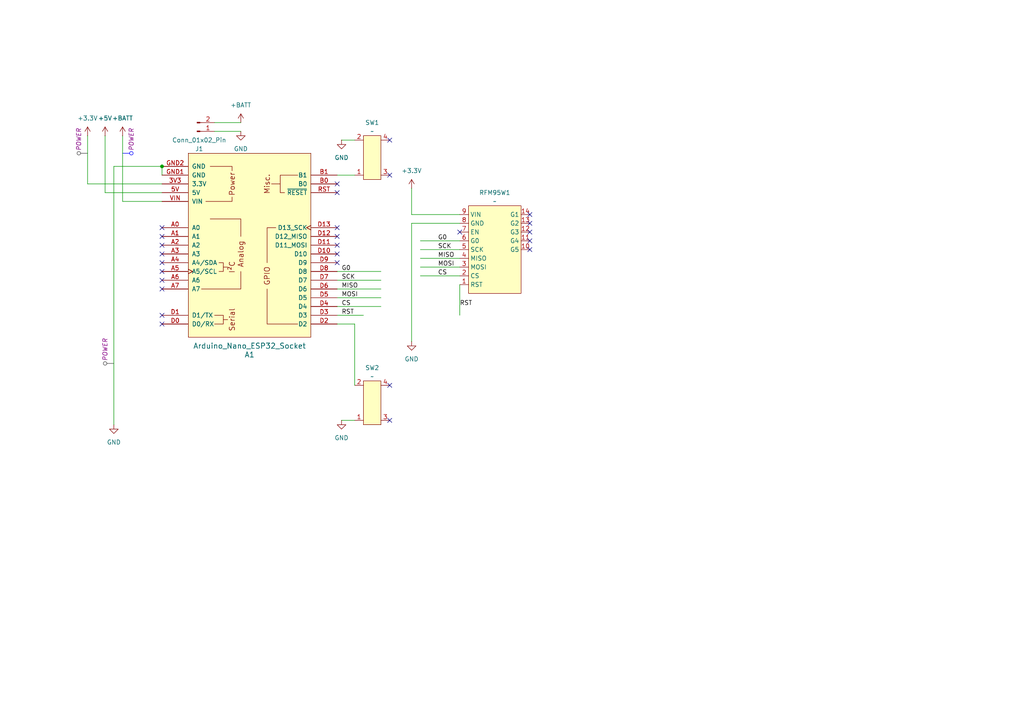
<source format=kicad_sch>
(kicad_sch (version 20231120) (generator "eeschema") (generator_version "8.0")
  (paper "A4")
  (lib_symbols
    (symbol "Connector:Conn_01x02_Pin" (pin_names (offset 1.016) hide)
      (property "Reference" "J" (at 0 2.54 0))
      (property "Value" "Conn_01x02_Pin" (at 0 -5.08 0))
      (symbol "Conn_01x02_Pin_1_1"
        (polyline (pts (xy 1.27 -2.54) (xy 0.8636 -2.54)) (stroke (width 0.1524)))
        (polyline (pts (xy 1.27 0) (xy 0.8636 0)) (stroke (width 0.1524)))
        (rectangle (start 0.8636 -2.413) (end 0 -2.667) (stroke (width 0.1524)) (fill (type outline)))
        (rectangle (start 0.8636 0.127) (end 0 -0.127) (stroke (width 0.1524)) (fill (type outline)))
        (pin passive line (at 5.08 0 180) (length 3.81) (name "Pin_1") (number "1"))
        (pin passive line (at 5.08 -2.54 180) (length 3.81) (name "Pin_2") (number "2"))
      )
    )
    (symbol "PCM_arduino-library:Arduino_Nano_ESP32_Socket" (pin_names (offset 1.016))
      (property "Reference" "A" (at 0 33.02 0))
      (property "Value" "Arduino_Nano_ESP32_Socket" (at 0 29.21 0))
      (symbol "Arduino_Nano_ESP32_Socket_0_0"
        (rectangle (start -17.78 26.67) (end 17.78 -26.67) (fill (type background)))
        (polyline (pts (xy -7.62 6.35) (xy -6.35 6.35)))
        (polyline (pts (xy -7.62 21.59) (xy -6.35 21.59)))
        (polyline (pts (xy 8.89 -17.78) (xy 6.35 -17.78)))
        (polyline (pts (xy -11.43 -22.86) (xy -5.08 -22.86) (xy -5.08 -21.59)))
        (polyline (pts (xy -5.08 -13.97) (xy -5.08 -12.7) (xy -12.7 -12.7)))
        (polyline (pts (xy -10.16 22.86) (xy -7.62 22.86) (xy -7.62 20.32) (xy -10.16 20.32)))
        (polyline (pts (xy -8.89 7.62) (xy -7.62 7.62) (xy -7.62 5.08) (xy -8.89 5.08)))
        (text "Analog" (at -2.54 2.54 900) (effects (font (size 1.524 1.524))))
        (text "I²C" (at -5.08 6.35 900) (effects (font (size 1.524 1.524))))
        (text "Misc." (at 5.08 -17.78 900) (effects (font (size 1.524 1.524))))
        (text "Power" (at -5.08 -17.78 900) (effects (font (size 1.524 1.524))))
        (text "Serial" (at -5.08 21.59 900) (effects (font (size 1.524 1.524))))
      )
      (symbol "Arduino_Nano_ESP32_Socket_0_1"
        (polyline (pts (xy -13.97 12.7) (xy -2.54 12.7) (xy -2.54 7.62)))
        (polyline (pts (xy -11.43 -7.62) (xy -2.54 -7.62) (xy -2.54 -2.54)))
        (polyline (pts (xy 7.62 -5.08) (xy 5.08 -5.08) (xy 5.08 5.08)))
        (polyline (pts (xy 13.97 22.86) (xy 5.08 22.86) (xy 5.08 12.7)))
        (polyline (pts (xy 10.16 -15.24) (xy 8.89 -15.24) (xy 8.89 -20.32) (xy 13.97 -20.32)))
      )
      (symbol "Arduino_Nano_ESP32_Socket_1_0"
        (text "GPIO" (at 5.08 8.89 900) (effects (font (size 1.524 1.524))))
      )
      (symbol "Arduino_Nano_ESP32_Socket_1_1"
        (pin power_out line (at -25.4 -17.78 0) (length 7.62) (name "3.3V") (number "3V3"))
        (pin power_in line (at -25.4 -15.24 0) (length 7.62) (name "5V") (number "5V"))
        (pin bidirectional line (at -25.4 -5.08 0) (length 7.62) (name "A0") (number "A0"))
        (pin bidirectional line (at -25.4 -2.54 0) (length 7.62) (name "A1") (number "A1"))
        (pin bidirectional line (at -25.4 0 0) (length 7.62) (name "A2") (number "A2"))
        (pin bidirectional line (at -25.4 2.54 0) (length 7.62) (name "A3") (number "A3"))
        (pin bidirectional line (at -25.4 5.08 0) (length 7.62) (name "A4/SDA") (number "A4"))
        (pin bidirectional clock (at -25.4 7.62 0) (length 7.62) (name "A5/SCL") (number "A5"))
        (pin input line (at -25.4 10.16 0) (length 7.62) (name "A6") (number "A6"))
        (pin input line (at -25.4 12.7 0) (length 7.62) (name "A7") (number "A7"))
        (pin bidirectional line (at 25.4 -17.78 180) (length 7.62) (name "B0") (number "B0"))
        (pin bidirectional line (at 25.4 -20.32 180) (length 7.62) (name "B1") (number "B1"))
        (pin bidirectional line (at -25.4 22.86 0) (length 7.62) (name "D0/RX") (number "D0"))
        (pin bidirectional line (at -25.4 20.32 0) (length 7.62) (name "D1/TX") (number "D1"))
        (pin bidirectional line (at 25.4 2.54 180) (length 7.62) (name "D10") (number "D10"))
        (pin bidirectional line (at 25.4 0 180) (length 7.62) (name "D11_MOSI") (number "D11"))
        (pin bidirectional line (at 25.4 -2.54 180) (length 7.62) (name "D12_MISO") (number "D12"))
        (pin bidirectional clock (at 25.4 -5.08 180) (length 7.62) (name "D13_SCK") (number "D13"))
        (pin bidirectional line (at 25.4 22.86 180) (length 7.62) (name "D2") (number "D2"))
        (pin bidirectional line (at 25.4 20.32 180) (length 7.62) (name "D3") (number "D3"))
        (pin bidirectional line (at 25.4 17.78 180) (length 7.62) (name "D4") (number "D4"))
        (pin bidirectional line (at 25.4 15.24 180) (length 7.62) (name "D5") (number "D5"))
        (pin bidirectional line (at 25.4 12.7 180) (length 7.62) (name "D6") (number "D6"))
        (pin bidirectional line (at 25.4 10.16 180) (length 7.62) (name "D7") (number "D7"))
        (pin bidirectional line (at 25.4 7.62 180) (length 7.62) (name "D8") (number "D8"))
        (pin bidirectional line (at 25.4 5.08 180) (length 7.62) (name "D9") (number "D9"))
        (pin power_in line (at -25.4 -20.32 0) (length 7.62) (name "GND") (number "GND1"))
        (pin power_in line (at -25.4 -22.86 0) (length 7.62) (name "GND") (number "GND2"))
        (pin open_collector line (at 25.4 -15.24 180) (length 7.62) (name "~{RESET}") (number "RST"))
        (pin power_in line (at -25.4 -12.7 0) (length 7.62) (name "VIN") (number "VIN"))
      )
    )
    (symbol "maciek-symbols:3x4_switch"
      (property "Reference" "SW" (at 0 0 0))
      (symbol "3x4_switch_1_1"
        (rectangle (start -2.54 6.35) (end 2.54 -6.35) (fill (type background)))
        (pin input line (at -5.08 -5.08 0) (length 2.54) (name "") (number "1"))
        (pin input line (at -5.08 5.08 0) (length 2.54) (name "") (number "2"))
        (pin input line (at 5.08 -5.08 180) (length 2.54) (name "") (number "3"))
        (pin input line (at 5.08 5.08 180) (length 2.54) (name "") (number "4"))
      )
    )
    (symbol "maciek-symbols:adafruit-rfm95w"
      (property "Reference" "RFM95W" (at 1.27 0.508 90))
      (symbol "adafruit-rfm95w_1_1"
        (rectangle (start -7.62 12.7) (end 7.62 -12.7) (fill (type background)))
        (pin input line (at -10.16 -10.16 0) (length 2.54) (name "RST") (number "1"))
        (pin input line (at 10.16 0 180) (length 2.54) (name "G5") (number "10"))
        (pin input line (at 10.16 2.54 180) (length 2.54) (name "G4") (number "11"))
        (pin input line (at 10.16 5.08 180) (length 2.54) (name "G3") (number "12"))
        (pin input line (at 10.16 7.62 180) (length 2.54) (name "G2") (number "13"))
        (pin input line (at 10.16 10.16 180) (length 2.54) (name "G1") (number "14"))
        (pin input line (at -10.16 -7.62 0) (length 2.54) (name "CS") (number "2"))
        (pin input line (at -10.16 -5.08 0) (length 2.54) (name "MOSI") (number "3"))
        (pin input line (at -10.16 -2.54 0) (length 2.54) (name "MISO") (number "4"))
        (pin input line (at -10.16 0 0) (length 2.54) (name "SCK") (number "5"))
        (pin input line (at -10.16 2.54 0) (length 2.54) (name "G0") (number "6"))
        (pin input line (at -10.16 5.08 0) (length 2.54) (name "EN") (number "7"))
        (pin input line (at -10.16 7.62 0) (length 2.54) (name "GND") (number "8"))
        (pin input line (at -10.16 10.16 0) (length 2.54) (name "VIN") (number "9"))
      )
    )
    (symbol "power:+3.3V" (power) (pin_numbers hide) (pin_names (offset 0) hide)
      (property "Value" "+3.3V" (at 0 3.556 0))
      (symbol "+3.3V_0_1"
        (polyline (pts (xy -0.762 1.27) (xy 0 2.54)))
        (polyline (pts (xy 0 0) (xy 0 2.54)))
        (polyline (pts (xy 0 2.54) (xy 0.762 1.27)))
      )
      (symbol "+3.3V_1_1"
        (pin power_in line (at 0 0 90) (length 0) (name "~") (number "1"))
      )
    )
    (symbol "power:+5V" (power) (pin_numbers hide) (pin_names (offset 0) hide)
      (property "Value" "+5V" (at 0 3.556 0))
      (symbol "+5V_0_1"
        (polyline (pts (xy -0.762 1.27) (xy 0 2.54)))
        (polyline (pts (xy 0 0) (xy 0 2.54)))
        (polyline (pts (xy 0 2.54) (xy 0.762 1.27)))
      )
      (symbol "+5V_1_1"
        (pin power_in line (at 0 0 90) (length 0) (name "~") (number "1"))
      )
    )
    (symbol "power:+BATT" (power) (pin_numbers hide) (pin_names (offset 0) hide)
      (property "Value" "+BATT" (at 0 3.556 0))
      (symbol "+BATT_0_1"
        (polyline (pts (xy -0.762 1.27) (xy 0 2.54)))
        (polyline (pts (xy 0 0) (xy 0 2.54)))
        (polyline (pts (xy 0 2.54) (xy 0.762 1.27)))
      )
      (symbol "+BATT_1_1"
        (pin power_in line (at 0 0 90) (length 0) (name "~") (number "1"))
      )
    )
    (symbol "power:GND" (power) (pin_numbers hide) (pin_names (offset 0) hide)
      (property "Value" "GND" (at 0 -3.81 0))
      (symbol "GND_0_1"
        (polyline (pts (xy 0 0) (xy 0 -1.27) (xy 1.27 -1.27) (xy 0 -2.54) (xy -1.27 -1.27) (xy 0 -1.27)))
      )
      (symbol "GND_1_1"
        (pin power_in line (at 0 0 270) (length 0) (name "~") (number "1"))
      )
    )
  )
  (junction (at 46.99 48.26))
  (no_connect (at 153.67 62.23))
  (no_connect (at 113.03 40.64))
  (no_connect (at 97.79 66.04))
  (no_connect (at 46.99 93.98))
  (no_connect (at 46.99 81.28))
  (no_connect (at 153.67 64.77))
  (no_connect (at 97.79 53.34))
  (no_connect (at 113.03 121.92))
  (no_connect (at 97.79 71.12))
  (no_connect (at 46.99 66.04))
  (no_connect (at 46.99 71.12))
  (no_connect (at 133.35 67.31))
  (no_connect (at 97.79 68.58))
  (no_connect (at 97.79 73.66))
  (no_connect (at 97.79 55.88))
  (no_connect (at 97.79 76.2))
  (no_connect (at 46.99 68.58))
  (no_connect (at 153.67 72.39))
  (no_connect (at 153.67 67.31))
  (no_connect (at 153.67 69.85))
  (no_connect (at 46.99 78.74))
  (no_connect (at 46.99 83.82))
  (no_connect (at 46.99 73.66))
  (no_connect (at 113.03 111.76))
  (no_connect (at 46.99 91.44))
  (no_connect (at 46.99 76.2))
  (no_connect (at 113.03 50.8))
  (wire (pts (xy 121.92 69.85) (xy 133.35 69.85)))
  (wire (pts (xy 46.99 55.88) (xy 30.48 55.88)))
  (wire (pts (xy 97.79 81.28) (xy 110.49 81.28)))
  (wire (pts (xy 33.02 48.26) (xy 33.02 123.19)))
  (wire (pts (xy 62.23 38.1) (xy 69.85 38.1)))
  (wire (pts (xy 46.99 50.8) (xy 46.99 48.26)))
  (wire (pts (xy 35.56 39.37) (xy 35.56 58.42)))
  (wire (pts (xy 102.87 93.98) (xy 97.79 93.98)))
  (wire (pts (xy 30.48 39.37) (xy 30.48 55.88)))
  (wire (pts (xy 33.02 48.26) (xy 46.99 48.26)))
  (wire (pts (xy 119.38 64.77) (xy 119.38 99.06)))
  (wire (pts (xy 121.92 72.39) (xy 133.35 72.39)))
  (wire (pts (xy 62.23 35.56) (xy 69.85 35.56)))
  (wire (pts (xy 102.87 111.76) (xy 102.87 93.98)))
  (wire (pts (xy 99.06 40.64) (xy 102.87 40.64)))
  (wire (pts (xy 97.79 88.9) (xy 110.49 88.9)))
  (wire (pts (xy 46.99 53.34) (xy 25.4 53.34)))
  (wire (pts (xy 99.06 121.92) (xy 102.87 121.92)))
  (wire (pts (xy 35.56 58.42) (xy 46.99 58.42)))
  (wire (pts (xy 119.38 62.23) (xy 119.38 54.61)))
  (wire (pts (xy 97.79 50.8) (xy 102.87 50.8)))
  (wire (pts (xy 97.79 83.82) (xy 110.49 83.82)))
  (wire (pts (xy 121.92 80.01) (xy 133.35 80.01)))
  (wire (pts (xy 121.92 74.93) (xy 133.35 74.93)))
  (wire (pts (xy 121.92 77.47) (xy 133.35 77.47)))
  (wire (pts (xy 97.79 78.74) (xy 110.49 78.74)))
  (wire (pts (xy 133.35 91.44) (xy 133.35 82.55)))
  (wire (pts (xy 133.35 64.77) (xy 119.38 64.77)))
  (wire (pts (xy 97.79 86.36) (xy 110.49 86.36)))
  (wire (pts (xy 105.41 91.44) (xy 97.79 91.44)))
  (wire (pts (xy 133.35 62.23) (xy 119.38 62.23)))
  (wire (pts (xy 25.4 53.34) (xy 25.4 39.37)))
  (label "RST" (at 99.06 91.44 0))
  (label "SCK" (at 127 72.39 0))
  (label "MISO" (at 127 74.93 0))
  (label "MISO" (at 99.06 83.82 0))
  (label "SCK" (at 99.06 81.28 0))
  (label "MOSI" (at 99.06 86.36 0))
  (label "CS" (at 99.06 88.9 0))
  (label "CS" (at 127 80.01 0))
  (label "RST" (at 133.35 88.9 0))
  (label "G0" (at 99.06 78.74 0))
  (label "G0" (at 127 69.85 0))
  (label "MOSI" (at 127 77.47 0))
  (netclass_flag "" (length 2.54) (shape round) (at 33.02 105.41 90) (property "Netclass" "POWER" (at 30.48 104.7115 90) (effects (font (italic yes)) (justify left))))
  (netclass_flag "" (length 2.54) (shape round) (at 25.4 44.45 90) (property "Netclass" "POWER" (at 22.86 43.7515 90) (effects (font (italic yes)) (justify left))))
  (netclass_flag "" (length 2.54) (shape round) (at 35.56 44.45 270) (property "Netclass" "POWER" (at 38.1 43.7515 90) (effects (font (italic yes)) (justify left))))
  (symbol (lib_id "power:+BATT") (at 69.85 35.56 0) (unit 1)
    (property "Reference" "#PWR09" (effects (hide yes)))
    (property "Value" "+BATT" (at 69.85 30.48 0))
    (property "Description" "Power symbol creates a global label with name \"+BATT\"" (effects (hide yes)))
  )
  (symbol (lib_id "power:+3.3V") (at 119.38 54.61 0) (unit 1)
    (property "Reference" "#PWR05" (effects (hide yes)))
    (property "Value" "+3.3V" (at 119.38 49.53 0))
    (property "Description" "Power symbol creates a global label with name \"+3.3V\"" (effects (hide yes)))
  )
  (symbol (lib_id "power:+5V") (at 30.48 39.37 0) (unit 1)
    (property "Reference" "#PWR03" (effects (hide yes)))
    (property "Value" "+5V" (at 30.48 34.29 0))
    (property "Description" "Power symbol creates a global label with name \"+5V\"" (effects (hide yes)))
  )
  (symbol (lib_id "maciek-symbols:3x4_switch") (at 107.95 45.72 0) (unit 1)
    (property "Reference" "SW1" (at 107.95 35.56 0))
    (property "Value" "~" (at 107.95 38.1 0))
    (property "Footprint" "maciek-lib:3x4 switch" (effects (hide yes)))
  )
  (symbol (lib_id "power:+BATT") (at 35.56 39.37 0) (unit 1)
    (property "Reference" "#PWR08" (effects (hide yes)))
    (property "Value" "+BATT" (at 35.56 34.29 0))
    (property "Description" "Power symbol creates a global label with name \"+BATT\"" (effects (hide yes)))
  )
  (symbol (lib_id "power:GND") (at 69.85 38.1 0) (unit 1)
    (property "Reference" "#PWR010" (effects (hide yes)))
    (property "Value" "GND" (at 69.85 43.18 0))
    (property "Description" "Power symbol creates a global label with name \"GND\" , ground" (effects (hide yes)))
  )
  (symbol (lib_id "power:GND") (at 119.38 99.06 0) (unit 1)
    (property "Reference" "#PWR04" (effects (hide yes)))
    (property "Value" "GND" (at 119.38 104.14 0))
    (property "Description" "Power symbol creates a global label with name \"GND\" , ground" (effects (hide yes)))
  )
  (symbol (lib_id "maciek-symbols:3x4_switch") (at 107.95 116.84 0) (unit 1)
    (property "Reference" "SW2" (at 107.95 106.68 0))
    (property "Value" "~" (at 107.95 109.22 0))
    (property "Footprint" "maciek-lib:3x4 switch" (effects (hide yes)))
  )
  (symbol (lib_id "power:GND") (at 99.06 121.92 0) (unit 1)
    (property "Reference" "#PWR07" (effects (hide yes)))
    (property "Value" "GND" (at 99.06 127 0))
    (property "Description" "Power symbol creates a global label with name \"GND\" , ground" (effects (hide yes)))
  )
  (symbol (lib_id "power:GND") (at 99.06 40.64 0) (unit 1)
    (property "Reference" "#PWR06" (effects (hide yes)))
    (property "Value" "GND" (at 99.06 45.72 0))
    (property "Description" "Power symbol creates a global label with name \"GND\" , ground" (effects (hide yes)))
  )
  (symbol (lib_id "power:+3.3V") (at 25.4 39.37 0) (unit 1)
    (property "Reference" "#PWR02" (effects (hide yes)))
    (property "Value" "+3.3V" (at 25.4 34.29 0))
    (property "Description" "Power symbol creates a global label with name \"+3.3V\"" (effects (hide yes)))
  )
  (symbol (lib_id "power:GND") (at 33.02 123.19 0) (unit 1)
    (property "Reference" "#PWR01" (effects (hide yes)))
    (property "Value" "GND" (at 33.02 128.27 0))
    (property "Description" "Power symbol creates a global label with name \"GND\" , ground" (effects (hide yes)))
  )
  (symbol (lib_id "Connector:Conn_01x02_Pin") (at 57.15 38.1 0) (mirror x) (unit 1)
    (property "Reference" "J1" (at 57.785 43.18 0))
    (property "Value" "Conn_01x02_Pin" (at 57.785 40.64 0))
    (property "Footprint" "Connector_PinHeader_2.54mm:PinHeader_1x02_P2.54mm_Horizontal" (effects (hide yes)))
    (property "Description" "Generic connector, single row, 01x02, script generated" (effects (hide yes)))
  )
  (symbol (lib_id "PCM_arduino-library:Arduino_Nano_ESP32_Socket") (at 72.39 71.12 0) (mirror x) (unit 1)
    (property "Reference" "A1" (at 72.39 102.87 0) (effects (font (size 1.524 1.524))))
    (property "Value" "Arduino_Nano_ESP32_Socket" (at 72.39 100.33 0) (effects (font (size 1.524 1.524))))
    (property "Footprint" "PCM_arduino-library:Arduino_Nano_ESP32_Socket" (effects (hide yes)))
    (property "Datasheet" "https://docs.arduino.cc/hardware/nano-esp32" (effects (hide yes)))
    (property "Description" "Socket for Arduino Nano ESP32" (effects (hide yes)))
  )
  (symbol (lib_id "maciek-symbols:adafruit-rfm95w") (at 143.51 72.39 0) (unit 1)
    (property "Reference" "RFM95W1" (at 143.51 55.88 0))
    (property "Value" "~" (at 143.51 58.42 0))
    (property "Footprint" "lora-adafruit" (effects (hide yes)))
  )
)
</source>
